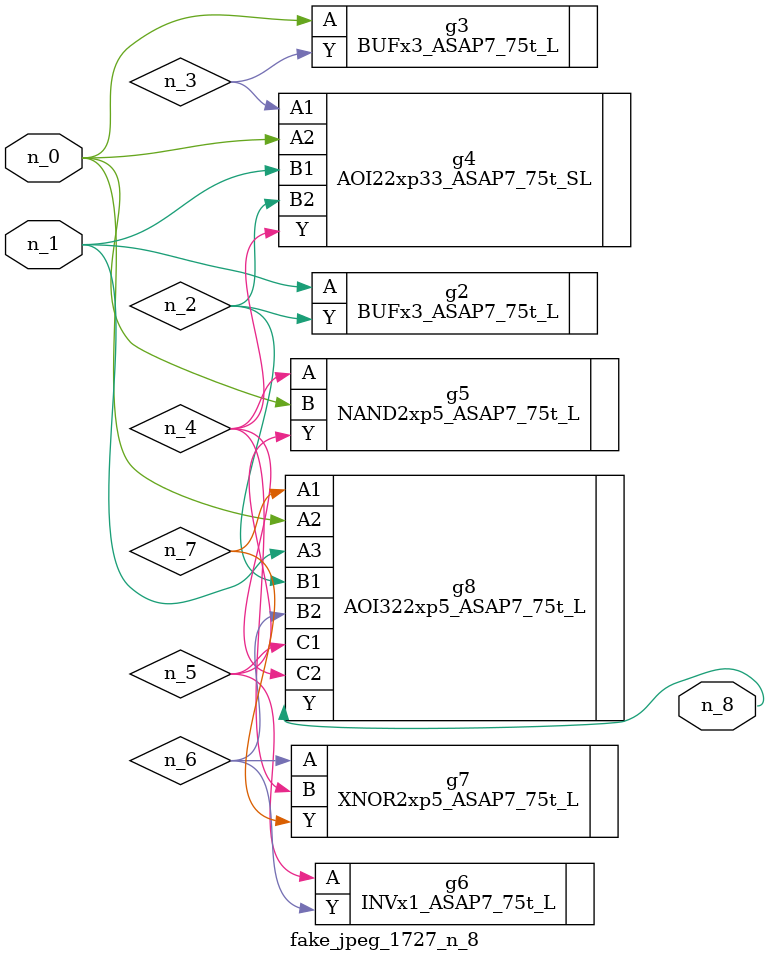
<source format=v>
module fake_jpeg_1727_n_8 (n_0, n_1, n_8);

input n_0;
input n_1;

output n_8;

wire n_2;
wire n_3;
wire n_4;
wire n_6;
wire n_5;
wire n_7;

BUFx3_ASAP7_75t_L g2 ( 
.A(n_1),
.Y(n_2)
);

BUFx3_ASAP7_75t_L g3 ( 
.A(n_0),
.Y(n_3)
);

AOI22xp33_ASAP7_75t_SL g4 ( 
.A1(n_3),
.A2(n_0),
.B1(n_1),
.B2(n_2),
.Y(n_4)
);

NAND2xp5_ASAP7_75t_L g5 ( 
.A(n_4),
.B(n_0),
.Y(n_5)
);

INVx1_ASAP7_75t_L g6 ( 
.A(n_5),
.Y(n_6)
);

XNOR2xp5_ASAP7_75t_L g7 ( 
.A(n_6),
.B(n_4),
.Y(n_7)
);

AOI322xp5_ASAP7_75t_L g8 ( 
.A1(n_7),
.A2(n_0),
.A3(n_1),
.B1(n_2),
.B2(n_6),
.C1(n_5),
.C2(n_4),
.Y(n_8)
);


endmodule
</source>
